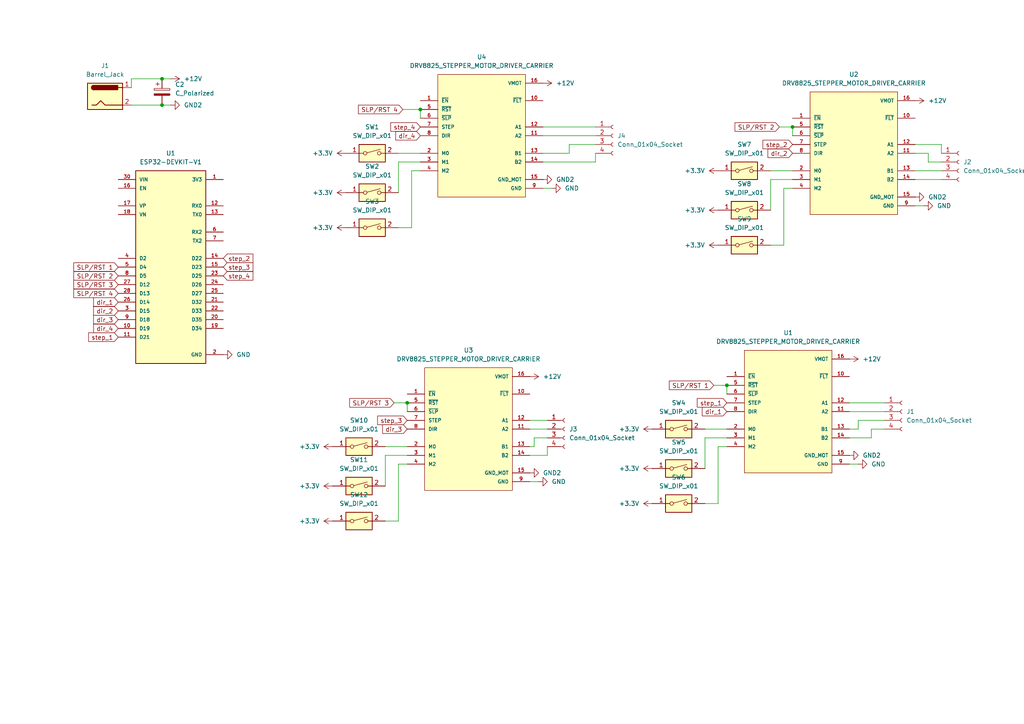
<source format=kicad_sch>
(kicad_sch (version 20250114) (generator "eeschema") (generator_version "9.0")
  (paper "A4")
  (title_block (title "Stepper Driver Board"))
  (lib_symbols
    (symbol "Connector:Barrel_Jack" (pin_names (offset 1.016))
      (property "Reference" "J" (at 0 5.334 0))
      (property "Value" "Barrel_Jack" (at 0 -5.08 0))
      (symbol "Barrel_Jack_0_1"
        (rectangle (start -5.08 3.81) (end 5.08 -3.81) (stroke (width 0.254)) (fill (type background)))
        (polyline (pts (xy -3.81 -2.54) (xy -2.54 -2.54) (xy -1.27 -1.27) (xy 0 -2.54) (xy 2.54 -2.54) (xy 5.08 -2.54)) (stroke (width 0.254)))
        (arc (start -3.302 1.905) (mid -3.9343 2.54) (end -3.302 3.175) (stroke (width 0.254)))
        (arc (start -3.302 1.905) (mid -3.9343 2.54) (end -3.302 3.175) (stroke (width 0.254)) (fill (type outline)))
        (rectangle (start 3.683 3.175) (end -3.302 1.905) (stroke (width 0.254)) (fill (type outline)))
        (polyline (pts (xy 5.08 2.54) (xy 3.81 2.54)) (stroke (width 0.254)))
      )
      (symbol "Barrel_Jack_1_1"
        (pin passive line (at 7.62 2.54 180) (length 2.54) (name "~") (number "1"))
        (pin passive line (at 7.62 -2.54 180) (length 2.54) (name "~") (number "2"))
      )
    )
    (symbol "Connector:Conn_01x04_Socket" (pin_names (offset 1.016) (hide yes))
      (property "Reference" "J" (at 0 5.08 0))
      (property "Value" "Conn_01x04_Socket" (at 0 -7.62 0))
      (symbol "Conn_01x04_Socket_1_1"
        (polyline (pts (xy -1.27 2.54) (xy -0.508 2.54)) (stroke (width 0.1524)))
        (polyline (pts (xy -1.27 0) (xy -0.508 0)) (stroke (width 0.1524)))
        (polyline (pts (xy -1.27 -2.54) (xy -0.508 -2.54)) (stroke (width 0.1524)))
        (polyline (pts (xy -1.27 -5.08) (xy -0.508 -5.08)) (stroke (width 0.1524)))
        (arc (start 0 2.032) (mid -0.5058 2.54) (end 0 3.048) (stroke (width 0.1524)))
        (arc (start 0 -0.508) (mid -0.5058 0) (end 0 0.508) (stroke (width 0.1524)))
        (arc (start 0 -3.048) (mid -0.5058 -2.54) (end 0 -2.032) (stroke (width 0.1524)))
        (arc (start 0 -5.588) (mid -0.5058 -5.08) (end 0 -4.572) (stroke (width 0.1524)))
        (pin passive line (at -5.08 2.54 0) (length 3.81) (name "Pin_1") (number "1"))
        (pin passive line (at -5.08 0 0) (length 3.81) (name "Pin_2") (number "2"))
        (pin passive line (at -5.08 -2.54 0) (length 3.81) (name "Pin_3") (number "3"))
        (pin passive line (at -5.08 -5.08 0) (length 3.81) (name "Pin_4") (number "4"))
      )
    )
    (symbol "DRV8825_STEPPER_MOTOR_DRIVER_CARRIER:DRV8825_STEPPER_MOTOR_DRIVER_CARRIER" (pin_names (offset 1.016))
      (property "Reference" "U" (at -12.7 18.542 0))
      (property "Value" "DRV8825_STEPPER_MOTOR_DRIVER_CARRIER" (at -12.7 -20.32 0))
      (symbol "DRV8825_STEPPER_MOTOR_DRIVER_CARRIER_0_0"
        (rectangle (start -12.7 -17.78) (end 12.7 17.78) (stroke (width 0.1524)) (fill (type background)))
        (pin input line (at -17.78 10.16 0) (length 5.08) (name "~{EN}") (number "1"))
        (pin input line (at -17.78 7.62 0) (length 5.08) (name "~{RST}") (number "5"))
        (pin input line (at -17.78 5.08 0) (length 5.08) (name "~{SLP}") (number "6"))
        (pin input line (at -17.78 2.54 0) (length 5.08) (name "STEP") (number "7"))
        (pin input line (at -17.78 0 0) (length 5.08) (name "DIR") (number "8"))
        (pin input line (at -17.78 -5.08 0) (length 5.08) (name "M0") (number "2"))
        (pin input line (at -17.78 -7.62 0) (length 5.08) (name "M1") (number "3"))
        (pin input line (at -17.78 -10.16 0) (length 5.08) (name "M2") (number "4"))
        (pin power_in line (at 17.78 15.24 180) (length 5.08) (name "VMOT") (number "16"))
        (pin output line (at 17.78 10.16 180) (length 5.08) (name "~{FLT}") (number "10"))
        (pin output line (at 17.78 2.54 180) (length 5.08) (name "A1") (number "12"))
        (pin output line (at 17.78 0 180) (length 5.08) (name "A2") (number "11"))
        (pin output line (at 17.78 -5.08 180) (length 5.08) (name "B1") (number "13"))
        (pin output line (at 17.78 -7.62 180) (length 5.08) (name "B2") (number "14"))
        (pin power_in line (at 17.78 -12.7 180) (length 5.08) (name "GND_MOT") (number "15"))
        (pin power_in line (at 17.78 -15.24 180) (length 5.08) (name "GND") (number "9"))
      )
    )
    (symbol "Device:C_Polarized" (pin_numbers (hide yes)) (pin_names (offset 0.254))
      (property "Reference" "C" (at 0.635 2.54 0))
      (property "Value" "C_Polarized" (at 0.635 -2.54 0))
      (symbol "C_Polarized_0_1"
        (rectangle (start -2.286 0.508) (end 2.286 1.016))
        (polyline (pts (xy -1.778 2.286) (xy -0.762 2.286)))
        (polyline (pts (xy -1.27 2.794) (xy -1.27 1.778)))
        (rectangle (start 2.286 -0.508) (end -2.286 -1.016) (fill (type outline)))
      )
      (symbol "C_Polarized_1_1"
        (pin passive line (at 0 3.81 270) (length 2.794) (name "~") (number "1"))
        (pin passive line (at 0 -3.81 90) (length 2.794) (name "~") (number "2"))
      )
    )
    (symbol "ESP32-DEVKIT-V1:ESP32-DEVKIT-V1" (pin_names (offset 1.016))
      (property "Reference" "U" (at -10.16 30.48 0))
      (property "Value" "ESP32-DEVKIT-V1" (at -10.16 -30.48 0))
      (symbol "ESP32-DEVKIT-V1_0_0"
        (rectangle (start -10.16 -27.94) (end 10.16 27.94) (stroke (width 0.254)) (fill (type background)))
        (pin input line (at -15.24 25.4 0) (length 5.08) (name "VIN") (number "30"))
        (pin input line (at -15.24 22.86 0) (length 5.08) (name "EN") (number "16"))
        (pin bidirectional line (at -15.24 17.78 0) (length 5.08) (name "VP") (number "17"))
        (pin bidirectional line (at -15.24 15.24 0) (length 5.08) (name "VN") (number "18"))
        (pin bidirectional line (at -15.24 2.54 0) (length 5.08) (name "D2") (number "4"))
        (pin bidirectional line (at -15.24 0 0) (length 5.08) (name "D4") (number "5"))
        (pin bidirectional line (at -15.24 -2.54 0) (length 5.08) (name "D5") (number "8"))
        (pin bidirectional line (at -15.24 -5.08 0) (length 5.08) (name "D12") (number "27"))
        (pin bidirectional line (at -15.24 -7.62 0) (length 5.08) (name "D13") (number "28"))
        (pin bidirectional line (at -15.24 -10.16 0) (length 5.08) (name "D14") (number "26"))
        (pin bidirectional line (at -15.24 -12.7 0) (length 5.08) (name "D15") (number "3"))
        (pin bidirectional line (at -15.24 -15.24 0) (length 5.08) (name "D18") (number "9"))
        (pin bidirectional line (at -15.24 -17.78 0) (length 5.08) (name "D19") (number "10"))
        (pin bidirectional line (at -15.24 -20.32 0) (length 5.08) (name "D21") (number "11"))
        (pin output line (at 15.24 25.4 180) (length 5.08) (name "3V3") (number "1"))
        (pin input line (at 15.24 17.78 180) (length 5.08) (name "RX0") (number "12"))
        (pin output line (at 15.24 15.24 180) (length 5.08) (name "TX0") (number "13"))
        (pin input line (at 15.24 10.16 180) (length 5.08) (name "RX2") (number "6"))
        (pin output line (at 15.24 7.62 180) (length 5.08) (name "TX2") (number "7"))
        (pin bidirectional line (at 15.24 2.54 180) (length 5.08) (name "D22") (number "14"))
        (pin bidirectional line (at 15.24 0 180) (length 5.08) (name "D23") (number "15"))
        (pin bidirectional line (at 15.24 -2.54 180) (length 5.08) (name "D25") (number "23"))
        (pin bidirectional line (at 15.24 -5.08 180) (length 5.08) (name "D26") (number "24"))
        (pin bidirectional line (at 15.24 -7.62 180) (length 5.08) (name "D27") (number "25"))
        (pin bidirectional line (at 15.24 -10.16 180) (length 5.08) (name "D32") (number "21"))
        (pin bidirectional line (at 15.24 -12.7 180) (length 5.08) (name "D33") (number "22"))
        (pin bidirectional line (at 15.24 -15.24 180) (length 5.08) (name "D35") (number "20"))
        (pin bidirectional line (at 15.24 -17.78 180) (length 5.08) (name "D34") (number "19"))
        (pin power_in line (at 15.24 -25.4 180) (length 5.08) (name "GND") (number "2"))
        (pin power_in line (at 15.24 -25.4 180) (length 5.08) (hide yes) (name "GND") (number "29"))
      )
    )
    (symbol "Switch:SW_DIP_x01" (pin_names (offset 0) (hide yes))
      (property "Reference" "SW" (at 0 3.81 0))
      (property "Value" "SW_DIP_x01" (at 0 -3.81 0))
      (symbol "SW_DIP_x01_0_0"
        (circle (center -2.032 0) (radius 0.508))
        (polyline (pts (xy -1.524 0.127) (xy 2.3622 1.1684)))
        (circle (center 2.032 0) (radius 0.508))
      )
      (symbol "SW_DIP_x01_0_1"
        (rectangle (start -3.81 2.54) (end 3.81 -2.54) (stroke (width 0.254)) (fill (type background)))
      )
      (symbol "SW_DIP_x01_1_1"
        (pin passive line (at -7.62 0 0) (length 5.08) (name "~") (number "1"))
        (pin passive line (at 7.62 0 180) (length 5.08) (name "~") (number "2"))
      )
    )
    (symbol "power:+12V" (power) (pin_numbers (hide yes)) (pin_names (offset 0) (hide yes))
      (property "Value" "+12V" (at 0 3.556 0))
      (symbol "+12V_0_1"
        (polyline (pts (xy -0.762 1.27) (xy 0 2.54)))
        (polyline (pts (xy 0 2.54) (xy 0.762 1.27)))
        (polyline (pts (xy 0 0) (xy 0 2.54)))
      )
      (symbol "+12V_1_1"
        (pin power_in line (at 0 0 90) (length 0) (name "~") (number "1"))
      )
    )
    (symbol "power:+3.3V" (power) (pin_numbers (hide yes)) (pin_names (offset 0) (hide yes))
      (property "Value" "+3.3V" (at 0 3.556 0))
      (symbol "+3.3V_0_1"
        (polyline (pts (xy -0.762 1.27) (xy 0 2.54)))
        (polyline (pts (xy 0 2.54) (xy 0.762 1.27)))
        (polyline (pts (xy 0 0) (xy 0 2.54)))
      )
      (symbol "+3.3V_1_1"
        (pin power_in line (at 0 0 90) (length 0) (name "~") (number "1"))
      )
    )
    (symbol "power:GND" (power) (pin_numbers (hide yes)) (pin_names (offset 0) (hide yes))
      (property "Value" "GND" (at 0 -3.81 0))
      (symbol "GND_0_1"
        (polyline (pts (xy 0 0) (xy 0 -1.27) (xy 1.27 -1.27) (xy 0 -2.54) (xy -1.27 -1.27) (xy 0 -1.27)))
      )
      (symbol "GND_1_1"
        (pin power_in line (at 0 0 270) (length 0) (name "~") (number "1"))
      )
    )
    (symbol "power:GND2" (power) (pin_numbers (hide yes)) (pin_names (offset 0) (hide yes))
      (property "Value" "GND2" (at 0 -3.81 0))
      (symbol "GND2_0_1"
        (polyline (pts (xy 0 0) (xy 0 -1.27) (xy 1.27 -1.27) (xy 0 -2.54) (xy -1.27 -1.27) (xy 0 -1.27)))
      )
      (symbol "GND2_1_1"
        (pin power_in line (at 0 0 270) (length 0) (name "~") (number "1"))
      )
    )
  )
  (junction (at 46.99 30.48))
  (junction (at 118.11 116.84))
  (junction (at 229.87 36.83))
  (junction (at 121.92 31.75))
  (junction (at 46.99 22.86))
  (junction (at 210.82 111.76))
  (wire (pts (xy 265.43 59.69) (xy 267.97 59.69)))
  (wire (pts (xy 269.24 46.99) (xy 273.05 46.99)))
  (wire (pts (xy 153.67 121.92) (xy 158.75 121.92)))
  (wire (pts (xy 248.92 121.92) (xy 256.54 121.92)))
  (wire (pts (xy 227.33 54.61) (xy 229.87 54.61)))
  (wire (pts (xy 204.47 124.46) (xy 210.82 124.46)))
  (wire (pts (xy 115.57 134.62) (xy 118.11 134.62)))
  (wire (pts (xy 246.38 134.62) (xy 248.92 134.62)))
  (wire (pts (xy 158.75 132.08) (xy 158.75 129.54)))
  (wire (pts (xy 248.92 124.46) (xy 248.92 121.92)))
  (wire (pts (xy 208.28 146.05) (xy 208.28 129.54)))
  (wire (pts (xy 115.57 151.13) (xy 115.57 134.62)))
  (wire (pts (xy 153.67 124.46) (xy 158.75 124.46)))
  (wire (pts (xy 229.87 36.83) (xy 229.87 39.37)))
  (wire (pts (xy 207.01 111.76) (xy 210.82 111.76)))
  (wire (pts (xy 46.99 22.86) (xy 49.53 22.86)))
  (wire (pts (xy 157.48 54.61) (xy 160.02 54.61)))
  (wire (pts (xy 204.47 127) (xy 210.82 127)))
  (wire (pts (xy 265.43 41.91) (xy 273.05 41.91)))
  (wire (pts (xy 115.57 66.04) (xy 119.38 66.04)))
  (wire (pts (xy 223.52 71.12) (xy 227.33 71.12)))
  (wire (pts (xy 154.94 129.54) (xy 154.94 127)))
  (wire (pts (xy 204.47 135.89) (xy 204.47 127)))
  (wire (pts (xy 223.52 49.53) (xy 229.87 49.53)))
  (wire (pts (xy 115.57 55.88) (xy 115.57 46.99)))
  (wire (pts (xy 265.43 49.53) (xy 273.05 49.53)))
  (wire (pts (xy 165.1 44.45) (xy 165.1 41.91)))
  (wire (pts (xy 165.1 41.91) (xy 172.72 41.91)))
  (wire (pts (xy 157.48 44.45) (xy 165.1 44.45)))
  (wire (pts (xy 153.67 139.7) (xy 156.21 139.7)))
  (wire (pts (xy 49.53 30.48) (xy 46.99 30.48)))
  (wire (pts (xy 204.47 146.05) (xy 208.28 146.05)))
  (wire (pts (xy 111.76 151.13) (xy 115.57 151.13)))
  (wire (pts (xy 153.67 132.08) (xy 158.75 132.08)))
  (wire (pts (xy 246.38 124.46) (xy 248.92 124.46)))
  (wire (pts (xy 111.76 132.08) (xy 118.11 132.08)))
  (wire (pts (xy 118.11 116.84) (xy 118.11 119.38)))
  (wire (pts (xy 252.73 127) (xy 252.73 124.46)))
  (wire (pts (xy 154.94 127) (xy 158.75 127)))
  (wire (pts (xy 111.76 140.97) (xy 111.76 132.08)))
  (wire (pts (xy 111.76 129.54) (xy 118.11 129.54)))
  (wire (pts (xy 210.82 111.76) (xy 210.82 114.3)))
  (wire (pts (xy 246.38 119.38) (xy 256.54 119.38)))
  (wire (pts (xy 157.48 46.99) (xy 172.72 46.99)))
  (wire (pts (xy 38.1 22.86) (xy 46.99 22.86)))
  (wire (pts (xy 226.06 36.83) (xy 229.87 36.83)))
  (wire (pts (xy 119.38 66.04) (xy 119.38 49.53)))
  (wire (pts (xy 223.52 60.96) (xy 223.52 52.07)))
  (wire (pts (xy 115.57 46.99) (xy 121.92 46.99)))
  (wire (pts (xy 46.99 30.48) (xy 38.1 30.48)))
  (wire (pts (xy 265.43 52.07) (xy 273.05 52.07)))
  (wire (pts (xy 227.33 71.12) (xy 227.33 54.61)))
  (wire (pts (xy 223.52 52.07) (xy 229.87 52.07)))
  (wire (pts (xy 172.72 46.99) (xy 172.72 44.45)))
  (wire (pts (xy 157.48 36.83) (xy 172.72 36.83)))
  (wire (pts (xy 269.24 44.45) (xy 269.24 46.99)))
  (wire (pts (xy 273.05 41.91) (xy 273.05 44.45)))
  (wire (pts (xy 153.67 129.54) (xy 154.94 129.54)))
  (wire (pts (xy 246.38 127) (xy 252.73 127)))
  (wire (pts (xy 38.1 22.86) (xy 38.1 25.4)))
  (wire (pts (xy 157.48 39.37) (xy 172.72 39.37)))
  (wire (pts (xy 121.92 31.75) (xy 121.92 34.29)))
  (wire (pts (xy 119.38 49.53) (xy 121.92 49.53)))
  (wire (pts (xy 114.3 116.84) (xy 118.11 116.84)))
  (wire (pts (xy 246.38 116.84) (xy 256.54 116.84)))
  (wire (pts (xy 252.73 124.46) (xy 256.54 124.46)))
  (wire (pts (xy 208.28 129.54) (xy 210.82 129.54)))
  (wire (pts (xy 265.43 44.45) (xy 269.24 44.45)))
  (wire (pts (xy 116.84 31.75) (xy 121.92 31.75)))
  (wire (pts (xy 115.57 44.45) (xy 121.92 44.45)))
  (global_label "dir_1" (shape input) (at 210.82 119.38 180) (property "Intersheetrefs" "${INTERSHEET_REFS}" (effects (hide yes))))
  (global_label "dir_2" (shape input) (at 229.87 44.45 180) (property "Intersheetrefs" "${INTERSHEET_REFS}" (effects (hide yes))))
  (global_label "SLP{slash}RST 4" (shape input) (at 34.29 85.09 180) (property "Intersheetrefs" "${INTERSHEET_REFS}" (effects (hide yes))))
  (global_label "dir_3" (shape input) (at 118.11 124.46 180) (property "Intersheetrefs" "${INTERSHEET_REFS}" (effects (hide yes))))
  (global_label "dir_4" (shape input) (at 34.29 95.25 180) (property "Intersheetrefs" "${INTERSHEET_REFS}" (effects (hide yes))))
  (global_label "SLP{slash}RST 3" (shape input) (at 34.29 82.55 180) (property "Intersheetrefs" "${INTERSHEET_REFS}" (effects (hide yes))))
  (global_label "step_3" (shape input) (at 118.11 121.92 180) (property "Intersheetrefs" "${INTERSHEET_REFS}" (effects (hide yes))))
  (global_label "step_4" (shape input) (at 64.77 80.01 0) (property "Intersheetrefs" "${INTERSHEET_REFS}" (effects (hide yes))))
  (global_label "step_1" (shape input) (at 34.29 97.79 180) (property "Intersheetrefs" "${INTERSHEET_REFS}" (effects (hide yes))))
  (global_label "step_1" (shape input) (at 210.82 116.84 180) (property "Intersheetrefs" "${INTERSHEET_REFS}" (effects (hide yes))))
  (global_label "SLP{slash}RST 4" (shape input) (at 116.84 31.75 180) (property "Intersheetrefs" "${INTERSHEET_REFS}" (effects (hide yes))))
  (global_label "dir_2" (shape input) (at 34.29 90.17 180) (property "Intersheetrefs" "${INTERSHEET_REFS}" (effects (hide yes))))
  (global_label "SLP{slash}RST 3" (shape input) (at 114.3 116.84 180) (property "Intersheetrefs" "${INTERSHEET_REFS}" (effects (hide yes))))
  (global_label "SLP{slash}RST 1" (shape input) (at 34.29 77.47 180) (property "Intersheetrefs" "${INTERSHEET_REFS}" (effects (hide yes))))
  (global_label "step_2" (shape input) (at 229.87 41.91 180) (property "Intersheetrefs" "${INTERSHEET_REFS}" (effects (hide yes))))
  (global_label "dir_1" (shape input) (at 34.29 87.63 180) (property "Intersheetrefs" "${INTERSHEET_REFS}" (effects (hide yes))))
  (global_label "SLP{slash}RST 2" (shape input) (at 34.29 80.01 180) (property "Intersheetrefs" "${INTERSHEET_REFS}" (effects (hide yes))))
  (global_label "step_3" (shape input) (at 64.77 77.47 0) (property "Intersheetrefs" "${INTERSHEET_REFS}" (effects (hide yes))))
  (global_label "step_4" (shape input) (at 121.92 36.83 180) (property "Intersheetrefs" "${INTERSHEET_REFS}" (effects (hide yes))))
  (global_label "SLP{slash}RST 1" (shape input) (at 207.01 111.76 180) (property "Intersheetrefs" "${INTERSHEET_REFS}" (effects (hide yes))))
  (global_label "dir_3" (shape input) (at 34.29 92.71 180) (property "Intersheetrefs" "${INTERSHEET_REFS}" (effects (hide yes))))
  (global_label "step_2" (shape input) (at 64.77 74.93 0) (property "Intersheetrefs" "${INTERSHEET_REFS}" (effects (hide yes))))
  (global_label "dir_4" (shape input) (at 121.92 39.37 180) (property "Intersheetrefs" "${INTERSHEET_REFS}" (effects (hide yes))))
  (global_label "SLP{slash}RST 2" (shape input) (at 226.06 36.83 180) (property "Intersheetrefs" "${INTERSHEET_REFS}" (effects (hide yes))))
  (symbol (lib_id "power:GND") (at 64.77 102.87 90) (unit 1)
    (property "Reference" "#PWR04" (effects (hide yes)))
    (property "Value" "GND" (at 68.58 102.8699 90) (effects (justify right)))
    (property "Description" "Power symbol creates a global label with name \"GND\" , ground" (effects (hide yes)))
  )
  (symbol (lib_id "power:+3.3V") (at 208.28 71.12 90) (unit 1)
    (property "Reference" "#PWR016" (effects (hide yes)))
    (property "Value" "+3.3V" (at 204.47 71.1199 90) (effects (justify left)))
    (property "Description" "Power symbol creates a global label with name \"+3.3V\"" (effects (hide yes)))
  )
  (symbol (lib_id "Connector:Conn_01x04_Socket") (at 278.13 46.99 0) (unit 1)
    (property "Reference" "J2" (at 279.4 46.9899 0) (effects (justify left)))
    (property "Value" "Conn_01x04_Socket" (at 279.4 49.5299 0) (effects (justify left)))
    (property "Description" "Generic connector, single row, 01x04, script generated" (effects (hide yes)))
  )
  (symbol (lib_id "Connector:Conn_01x04_Socket") (at 177.8 39.37 0) (unit 1)
    (property "Reference" "J4" (at 179.07 39.3699 0) (effects (justify left)))
    (property "Value" "Conn_01x04_Socket" (at 179.07 41.9099 0) (effects (justify left)))
    (property "Description" "Generic connector, single row, 01x04, script generated" (effects (hide yes)))
  )
  (symbol (lib_id "power:GND2") (at 265.43 57.15 90) (unit 1)
    (property "Reference" "#PWR025" (effects (hide yes)))
    (property "Value" "GND2" (at 269.24 57.1499 90) (effects (justify right)))
    (property "Description" "Power symbol creates a global label with name \"GND2\" , ground" (effects (hide yes)))
  )
  (symbol (lib_id "DRV8825_STEPPER_MOTOR_DRIVER_CARRIER:DRV8825_STEPPER_MOTOR_DRIVER_CARRIER") (at 139.7 39.37 0) (unit 1)
    (property "Reference" "U4" (at 139.7 16.51 0))
    (property "Value" "DRV8825_STEPPER_MOTOR_DRIVER_CARRIER" (at 139.7 19.05 0))
    (property "Footprint" "DRV8825_STEPPER_MOTOR_DRIVER_CARRIER:IC_DRV8825_STEPPER_MOTOR_DRIVER_CARRIER" (effects (hide yes)))
    (property "MF" "Pololu" (effects (hide yes)))
    (property "DESCRIPTION" "Stepper motor controler; IC: DRV8825; 1.5A; Uin mot: 8.2÷45V" (effects (hide yes)))
    (property "PACKAGE" "None" (effects (hide yes)))
    (property "PRICE" "None" (effects (hide yes)))
    (property "Package" "None" (effects (hide yes)))
    (property "Check_prices" "https://www.snapeda.com/parts/DRV8825%20STEPPER%20MOTOR%20DRIVER%20CARRIER/Pololu/view-part/?ref=eda" (effects (hide yes)))
    (property "Price" "None" (effects (hide yes)))
    (property "SnapEDA_Link" "https://www.snapeda.com/parts/DRV8825%20STEPPER%20MOTOR%20DRIVER%20CARRIER/Pololu/view-part/?ref=snap" (effects (hide yes)))
    (property "MP" "DRV8825 STEPPER MOTOR DRIVER CARRIER" (effects (hide yes)))
    (property "Availability" "Not in stock" (effects (hide yes)))
    (property "AVAILABILITY" "Unavailable" (effects (hide yes)))
    (property "Description_1" "Stepper, Bipolar 8.2 ~ 45VDC Supply 1.5A 8.2 ~ 45V Load" (effects (hide yes)))
  )
  (symbol (lib_id "Switch:SW_DIP_x01") (at 104.14 140.97 0) (unit 1)
    (property "Reference" "SW11" (at 104.14 133.35 0))
    (property "Value" "SW_DIP_x01" (at 104.14 135.89 0))
    (property "Description" "1x DIP Switch, Single Pole Single Throw (SPST) switch, small symbol" (effects (hide yes)))
  )
  (symbol (lib_id "DRV8825_STEPPER_MOTOR_DRIVER_CARRIER:DRV8825_STEPPER_MOTOR_DRIVER_CARRIER") (at 228.6 119.38 0) (unit 1)
    (property "Reference" "U1" (at 228.6 96.52 0))
    (property "Value" "DRV8825_STEPPER_MOTOR_DRIVER_CARRIER" (at 228.6 99.06 0))
    (property "Footprint" "DRV8825_STEPPER_MOTOR_DRIVER_CARRIER:IC_DRV8825_STEPPER_MOTOR_DRIVER_CARRIER" (effects (hide yes)))
    (property "MF" "Pololu" (effects (hide yes)))
    (property "DESCRIPTION" "Stepper motor controler; IC: DRV8825; 1.5A; Uin mot: 8.2÷45V" (effects (hide yes)))
    (property "PACKAGE" "None" (effects (hide yes)))
    (property "PRICE" "None" (effects (hide yes)))
    (property "Package" "None" (effects (hide yes)))
    (property "Check_prices" "https://www.snapeda.com/parts/DRV8825%20STEPPER%20MOTOR%20DRIVER%20CARRIER/Pololu/view-part/?ref=eda" (effects (hide yes)))
    (property "Price" "None" (effects (hide yes)))
    (property "SnapEDA_Link" "https://www.snapeda.com/parts/DRV8825%20STEPPER%20MOTOR%20DRIVER%20CARRIER/Pololu/view-part/?ref=snap" (effects (hide yes)))
    (property "MP" "DRV8825 STEPPER MOTOR DRIVER CARRIER" (effects (hide yes)))
    (property "Availability" "Not in stock" (effects (hide yes)))
    (property "AVAILABILITY" "Unavailable" (effects (hide yes)))
    (property "Description_1" "Stepper, Bipolar 8.2 ~ 45VDC Supply 1.5A 8.2 ~ 45V Load" (effects (hide yes)))
  )
  (symbol (lib_id "power:+3.3V") (at 100.33 66.04 90) (unit 1)
    (property "Reference" "#PWR010" (effects (hide yes)))
    (property "Value" "+3.3V" (at 96.52 66.0399 90) (effects (justify left)))
    (property "Description" "Power symbol creates a global label with name \"+3.3V\"" (effects (hide yes)))
  )
  (symbol (lib_id "power:GND2") (at 157.48 52.07 90) (unit 1)
    (property "Reference" "#PWR02" (effects (hide yes)))
    (property "Value" "GND2" (at 161.29 52.0699 90) (effects (justify right)))
    (property "Description" "Power symbol creates a global label with name \"GND2\" , ground" (effects (hide yes)))
  )
  (symbol (lib_id "power:+3.3V") (at 96.52 151.13 90) (unit 1)
    (property "Reference" "#PWR019" (effects (hide yes)))
    (property "Value" "+3.3V" (at 92.71 151.1299 90) (effects (justify left)))
    (property "Description" "Power symbol creates a global label with name \"+3.3V\"" (effects (hide yes)))
  )
  (symbol (lib_id "Connector:Barrel_Jack") (at 30.48 27.94 0) (unit 1)
    (property "Reference" "J1" (at 30.48 19.05 0))
    (property "Value" "Barrel_Jack" (at 30.48 21.59 0))
    (property "Description" "DC Barrel Jack" (effects (hide yes)))
  )
  (symbol (lib_id "Switch:SW_DIP_x01") (at 215.9 60.96 0) (unit 1)
    (property "Reference" "SW8" (at 215.9 53.34 0))
    (property "Value" "SW_DIP_x01" (at 215.9 55.88 0))
    (property "Description" "1x DIP Switch, Single Pole Single Throw (SPST) switch, small symbol" (effects (hide yes)))
  )
  (symbol (lib_id "power:+3.3V") (at 189.23 146.05 90) (unit 1)
    (property "Reference" "#PWR013" (effects (hide yes)))
    (property "Value" "+3.3V" (at 185.42 146.0499 90) (effects (justify left)))
    (property "Description" "Power symbol creates a global label with name \"+3.3V\"" (effects (hide yes)))
  )
  (symbol (lib_id "Connector:Conn_01x04_Socket") (at 163.83 124.46 0) (unit 1)
    (property "Reference" "J3" (at 165.1 124.4599 0) (effects (justify left)))
    (property "Value" "Conn_01x04_Socket" (at 165.1 126.9999 0) (effects (justify left)))
    (property "Description" "Generic connector, single row, 01x04, script generated" (effects (hide yes)))
  )
  (symbol (lib_id "power:GND") (at 156.21 139.7 90) (unit 1)
    (property "Reference" "#PWR05" (effects (hide yes)))
    (property "Value" "GND" (at 160.02 139.6999 90) (effects (justify right)))
    (property "Description" "Power symbol creates a global label with name \"GND\" , ground" (effects (hide yes)))
  )
  (symbol (lib_id "DRV8825_STEPPER_MOTOR_DRIVER_CARRIER:DRV8825_STEPPER_MOTOR_DRIVER_CARRIER") (at 135.89 124.46 0) (unit 1)
    (property "Reference" "U3" (at 135.89 101.6 0))
    (property "Value" "DRV8825_STEPPER_MOTOR_DRIVER_CARRIER" (at 135.89 104.14 0))
    (property "Footprint" "DRV8825_STEPPER_MOTOR_DRIVER_CARRIER:IC_DRV8825_STEPPER_MOTOR_DRIVER_CARRIER" (effects (hide yes)))
    (property "MF" "Pololu" (effects (hide yes)))
    (property "DESCRIPTION" "Stepper motor controler; IC: DRV8825; 1.5A; Uin mot: 8.2÷45V" (effects (hide yes)))
    (property "PACKAGE" "None" (effects (hide yes)))
    (property "PRICE" "None" (effects (hide yes)))
    (property "Package" "None" (effects (hide yes)))
    (property "Check_prices" "https://www.snapeda.com/parts/DRV8825%20STEPPER%20MOTOR%20DRIVER%20CARRIER/Pololu/view-part/?ref=eda" (effects (hide yes)))
    (property "Price" "None" (effects (hide yes)))
    (property "SnapEDA_Link" "https://www.snapeda.com/parts/DRV8825%20STEPPER%20MOTOR%20DRIVER%20CARRIER/Pololu/view-part/?ref=snap" (effects (hide yes)))
    (property "MP" "DRV8825 STEPPER MOTOR DRIVER CARRIER" (effects (hide yes)))
    (property "Availability" "Not in stock" (effects (hide yes)))
    (property "AVAILABILITY" "Unavailable" (effects (hide yes)))
    (property "Description_1" "Stepper, Bipolar 8.2 ~ 45VDC Supply 1.5A 8.2 ~ 45V Load" (effects (hide yes)))
  )
  (symbol (lib_id "power:+3.3V") (at 96.52 140.97 90) (unit 1)
    (property "Reference" "#PWR018" (effects (hide yes)))
    (property "Value" "+3.3V" (at 92.71 140.9699 90) (effects (justify left)))
    (property "Description" "Power symbol creates a global label with name \"+3.3V\"" (effects (hide yes)))
  )
  (symbol (lib_id "ESP32-DEVKIT-V1:ESP32-DEVKIT-V1") (at 49.53 77.47 0) (unit 1)
    (property "Reference" "U1" (at 49.53 44.45 0))
    (property "Value" "ESP32-DEVKIT-V1" (at 49.53 46.99 0))
    (property "Footprint" "ESP32-DEVKIT-V1:MODULE_ESP32_DEVKIT_V1" (effects (hide yes)))
    (property "MF" "Do it" (effects (hide yes)))
    (property "MAXIMUM_PACKAGE_HEIGHT" "6.8 mm" (effects (hide yes)))
    (property "Package" "None" (effects (hide yes)))
    (property "Price" "None" (effects (hide yes)))
    (property "Check_prices" "https://www.snapeda.com/parts/ESP32-DEVKIT-V1/Do+it/view-part/?ref=eda" (effects (hide yes)))
    (property "STANDARD" "Manufacturer Recommendations" (effects (hide yes)))
    (property "PARTREV" "N/A" (effects (hide yes)))
    (property "SnapEDA_Link" "https://www.snapeda.com/parts/ESP32-DEVKIT-V1/Do+it/view-part/?ref=snap" (effects (hide yes)))
    (property "MP" "ESP32-DEVKIT-V1" (effects (hide yes)))
    (property "Description_1" "Dual core, Wi-Fi: 2.4 GHz up to 150 Mbits/s,BLE (Bluetooth Low Energy) and legacy Bluetooth, 32 bits, Up to 240 MHz" (effects (hide yes)))
    (property "Availability" "Not in stock" (effects (hide yes)))
    (property "MANUFACTURER" "DOIT" (effects (hide yes)))
  )
  (symbol (lib_id "power:+3.3V") (at 189.23 124.46 90) (unit 1)
    (property "Reference" "#PWR011" (effects (hide yes)))
    (property "Value" "+3.3V" (at 185.42 124.4599 90) (effects (justify left)))
    (property "Description" "Power symbol creates a global label with name \"+3.3V\"" (effects (hide yes)))
  )
  (symbol (lib_id "power:+3.3V") (at 208.28 49.53 90) (unit 1)
    (property "Reference" "#PWR014" (effects (hide yes)))
    (property "Value" "+3.3V" (at 204.47 49.5299 90) (effects (justify left)))
    (property "Description" "Power symbol creates a global label with name \"+3.3V\"" (effects (hide yes)))
  )
  (symbol (lib_id "power:GND") (at 248.92 134.62 90) (unit 1)
    (property "Reference" "#PWR07" (effects (hide yes)))
    (property "Value" "GND" (at 252.73 134.6199 90) (effects (justify right)))
    (property "Description" "Power symbol creates a global label with name \"GND\" , ground" (effects (hide yes)))
  )
  (symbol (lib_id "power:GND2") (at 49.53 30.48 90) (unit 1)
    (property "Reference" "#PWR024" (effects (hide yes)))
    (property "Value" "GND2" (at 53.34 30.4799 90) (effects (justify right)))
    (property "Description" "Power symbol creates a global label with name \"GND2\" , ground" (effects (hide yes)))
  )
  (symbol (lib_id "power:+12V") (at 153.67 109.22 270) (unit 1)
    (property "Reference" "#PWR022" (effects (hide yes)))
    (property "Value" "+12V" (at 157.48 109.2199 90) (effects (justify left)))
    (property "Description" "Power symbol creates a global label with name \"+12V\"" (effects (hide yes)))
  )
  (symbol (lib_id "Switch:SW_DIP_x01") (at 104.14 129.54 0) (unit 1)
    (property "Reference" "SW10" (at 104.14 121.92 0))
    (property "Value" "SW_DIP_x01" (at 104.14 124.46 0))
    (property "Description" "1x DIP Switch, Single Pole Single Throw (SPST) switch, small symbol" (effects (hide yes)))
  )
  (symbol (lib_id "power:+3.3V") (at 100.33 44.45 90) (unit 1)
    (property "Reference" "#PWR08" (effects (hide yes)))
    (property "Value" "+3.3V" (at 96.52 44.4499 90) (effects (justify left)))
    (property "Description" "Power symbol creates a global label with name \"+3.3V\"" (effects (hide yes)))
  )
  (symbol (lib_id "Switch:SW_DIP_x01") (at 196.85 146.05 0) (unit 1)
    (property "Reference" "SW6" (at 196.85 138.43 0))
    (property "Value" "SW_DIP_x01" (at 196.85 140.97 0))
    (property "Description" "1x DIP Switch, Single Pole Single Throw (SPST) switch, small symbol" (effects (hide yes)))
  )
  (symbol (lib_id "Switch:SW_DIP_x01") (at 104.14 151.13 0) (unit 1)
    (property "Reference" "SW12" (at 104.14 143.51 0))
    (property "Value" "SW_DIP_x01" (at 104.14 146.05 0))
    (property "Description" "1x DIP Switch, Single Pole Single Throw (SPST) switch, small symbol" (effects (hide yes)))
  )
  (symbol (lib_id "Switch:SW_DIP_x01") (at 196.85 124.46 0) (unit 1)
    (property "Reference" "SW4" (at 196.85 116.84 0))
    (property "Value" "SW_DIP_x01" (at 196.85 119.38 0))
    (property "Description" "1x DIP Switch, Single Pole Single Throw (SPST) switch, small symbol" (effects (hide yes)))
  )
  (symbol (lib_id "Switch:SW_DIP_x01") (at 215.9 49.53 0) (unit 1)
    (property "Reference" "SW7" (at 215.9 41.91 0))
    (property "Value" "SW_DIP_x01" (at 215.9 44.45 0))
    (property "Description" "1x DIP Switch, Single Pole Single Throw (SPST) switch, small symbol" (effects (hide yes)))
  )
  (symbol (lib_id "Switch:SW_DIP_x01") (at 107.95 55.88 0) (unit 1)
    (property "Reference" "SW2" (at 107.95 48.26 0))
    (property "Value" "SW_DIP_x01" (at 107.95 50.8 0))
    (property "Description" "1x DIP Switch, Single Pole Single Throw (SPST) switch, small symbol" (effects (hide yes)))
  )
  (symbol (lib_id "power:+3.3V") (at 189.23 135.89 90) (unit 1)
    (property "Reference" "#PWR012" (effects (hide yes)))
    (property "Value" "+3.3V" (at 185.42 135.8899 90) (effects (justify left)))
    (property "Description" "Power symbol creates a global label with name \"+3.3V\"" (effects (hide yes)))
  )
  (symbol (lib_id "power:+3.3V") (at 96.52 129.54 90) (unit 1)
    (property "Reference" "#PWR017" (effects (hide yes)))
    (property "Value" "+3.3V" (at 92.71 129.5399 90) (effects (justify left)))
    (property "Description" "Power symbol creates a global label with name \"+3.3V\"" (effects (hide yes)))
  )
  (symbol (lib_id "power:+12V") (at 49.53 22.86 270) (unit 1)
    (property "Reference" "#PWR01" (effects (hide yes)))
    (property "Value" "+12V" (at 53.34 22.8599 90) (effects (justify left)))
    (property "Description" "Power symbol creates a global label with name \"+12V\"" (effects (hide yes)))
  )
  (symbol (lib_id "Switch:SW_DIP_x01") (at 107.95 44.45 0) (unit 1)
    (property "Reference" "SW1" (at 107.95 36.83 0))
    (property "Value" "SW_DIP_x01" (at 107.95 39.37 0))
    (property "Description" "1x DIP Switch, Single Pole Single Throw (SPST) switch, small symbol" (effects (hide yes)))
  )
  (symbol (lib_id "power:GND") (at 267.97 59.69 90) (unit 1)
    (property "Reference" "#PWR03" (effects (hide yes)))
    (property "Value" "GND" (at 271.78 59.6899 90) (effects (justify right)))
    (property "Description" "Power symbol creates a global label with name \"GND\" , ground" (effects (hide yes)))
  )
  (symbol (lib_id "Switch:SW_DIP_x01") (at 196.85 135.89 0) (unit 1)
    (property "Reference" "SW5" (at 196.85 128.27 0))
    (property "Value" "SW_DIP_x01" (at 196.85 130.81 0))
    (property "Description" "1x DIP Switch, Single Pole Single Throw (SPST) switch, small symbol" (effects (hide yes)))
  )
  (symbol (lib_id "Switch:SW_DIP_x01") (at 215.9 71.12 0) (unit 1)
    (property "Reference" "SW9" (at 215.9 63.5 0))
    (property "Value" "SW_DIP_x01" (at 215.9 66.04 0))
    (property "Description" "1x DIP Switch, Single Pole Single Throw (SPST) switch, small symbol" (effects (hide yes)))
  )
  (symbol (lib_id "Switch:SW_DIP_x01") (at 107.95 66.04 0) (unit 1)
    (property "Reference" "SW3" (at 107.95 58.42 0))
    (property "Value" "SW_DIP_x01" (at 107.95 60.96 0))
    (property "Description" "1x DIP Switch, Single Pole Single Throw (SPST) switch, small symbol" (effects (hide yes)))
  )
  (symbol (lib_id "power:+3.3V") (at 208.28 60.96 90) (unit 1)
    (property "Reference" "#PWR015" (effects (hide yes)))
    (property "Value" "+3.3V" (at 204.47 60.9599 90) (effects (justify left)))
    (property "Description" "Power symbol creates a global label with name \"+3.3V\"" (effects (hide yes)))
  )
  (symbol (lib_id "Connector:Conn_01x04_Socket") (at 261.62 119.38 0) (unit 1)
    (property "Reference" "J1" (at 262.89 119.3799 0) (effects (justify left)))
    (property "Value" "Conn_01x04_Socket" (at 262.89 121.9199 0) (effects (justify left)))
    (property "Description" "Generic connector, single row, 01x04, script generated" (effects (hide yes)))
  )
  (symbol (lib_id "power:GND2") (at 153.67 137.16 90) (unit 1)
    (property "Reference" "#PWR027" (effects (hide yes)))
    (property "Value" "GND2" (at 157.48 137.1599 90) (effects (justify right)))
    (property "Description" "Power symbol creates a global label with name \"GND2\" , ground" (effects (hide yes)))
  )
  (symbol (lib_id "power:+3.3V") (at 100.33 55.88 90) (unit 1)
    (property "Reference" "#PWR09" (effects (hide yes)))
    (property "Value" "+3.3V" (at 96.52 55.8799 90) (effects (justify left)))
    (property "Description" "Power symbol creates a global label with name \"+3.3V\"" (effects (hide yes)))
  )
  (symbol (lib_id "power:GND2") (at 246.38 132.08 90) (unit 1)
    (property "Reference" "#PWR026" (effects (hide yes)))
    (property "Value" "GND2" (at 250.19 132.0799 90) (effects (justify right)))
    (property "Description" "Power symbol creates a global label with name \"GND2\" , ground" (effects (hide yes)))
  )
  (symbol (lib_id "power:GND") (at 160.02 54.61 90) (unit 1)
    (property "Reference" "#PWR06" (effects (hide yes)))
    (property "Value" "GND" (at 163.83 54.6099 90) (effects (justify right)))
    (property "Description" "Power symbol creates a global label with name \"GND\" , ground" (effects (hide yes)))
  )
  (symbol (lib_id "power:+12V") (at 157.48 24.13 270) (unit 1)
    (property "Reference" "#PWR020" (effects (hide yes)))
    (property "Value" "+12V" (at 161.29 24.1299 90) (effects (justify left)))
    (property "Description" "Power symbol creates a global label with name \"+12V\"" (effects (hide yes)))
  )
  (symbol (lib_id "power:+12V") (at 246.38 104.14 270) (unit 1)
    (property "Reference" "#PWR023" (effects (hide yes)))
    (property "Value" "+12V" (at 250.19 104.1399 90) (effects (justify left)))
    (property "Description" "Power symbol creates a global label with name \"+12V\"" (effects (hide yes)))
  )
  (symbol (lib_id "Device:C_Polarized") (at 46.99 26.67 0) (unit 1)
    (property "Reference" "C2" (at 50.8 24.5109 0) (effects (justify left)))
    (property "Value" "C_Polarized" (at 50.8 27.0509 0) (effects (justify left)))
    (property "Description" "Polarized capacitor" (effects (hide yes)))
  )
  (symbol (lib_id "power:+12V") (at 265.43 29.21 270) (unit 1)
    (property "Reference" "#PWR021" (effects (hide yes)))
    (property "Value" "+12V" (at 269.24 29.2099 90) (effects (justify left)))
    (property "Description" "Power symbol creates a global label with name \"+12V\"" (effects (hide yes)))
  )
  (symbol (lib_id "DRV8825_STEPPER_MOTOR_DRIVER_CARRIER:DRV8825_STEPPER_MOTOR_DRIVER_CARRIER") (at 247.65 44.45 0) (unit 1)
    (property "Reference" "U2" (at 247.65 21.59 0))
    (property "Value" "DRV8825_STEPPER_MOTOR_DRIVER_CARRIER" (at 247.65 24.13 0))
    (property "Footprint" "DRV8825_STEPPER_MOTOR_DRIVER_CARRIER:IC_DRV8825_STEPPER_MOTOR_DRIVER_CARRIER" (effects (hide yes)))
    (property "MF" "Pololu" (effects (hide yes)))
    (property "DESCRIPTION" "Stepper motor controler; IC: DRV8825; 1.5A; Uin mot: 8.2÷45V" (effects (hide yes)))
    (property "PACKAGE" "None" (effects (hide yes)))
    (property "PRICE" "None" (effects (hide yes)))
    (property "Package" "None" (effects (hide yes)))
    (property "Check_prices" "https://www.snapeda.com/parts/DRV8825%20STEPPER%20MOTOR%20DRIVER%20CARRIER/Pololu/view-part/?ref=eda" (effects (hide yes)))
    (property "Price" "None" (effects (hide yes)))
    (property "SnapEDA_Link" "https://www.snapeda.com/parts/DRV8825%20STEPPER%20MOTOR%20DRIVER%20CARRIER/Pololu/view-part/?ref=snap" (effects (hide yes)))
    (property "MP" "DRV8825 STEPPER MOTOR DRIVER CARRIER" (effects (hide yes)))
    (property "Availability" "Not in stock" (effects (hide yes)))
    (property "AVAILABILITY" "Unavailable" (effects (hide yes)))
    (property "Description_1" "Stepper, Bipolar 8.2 ~ 45VDC Supply 1.5A 8.2 ~ 45V Load" (effects (hide yes)))
  )
)
</source>
